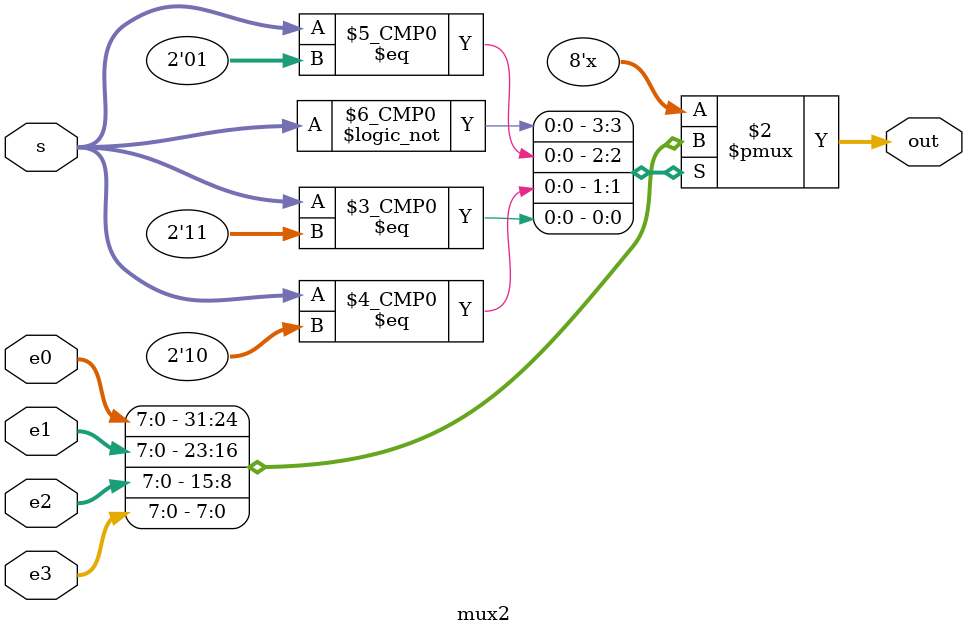
<source format=v>
module mux2(e0, e1, e2, e3, s, out);
   input [7:0] e0, e1, e2, e3;
   input [1:0] s;
   output [7:0] out;
   
   wire [7:0]   e0, e1, e2, e3;
   wire [1:0]      s;
   reg [7:0]    out;
   
   always @(e0, e1, e2, e3, s) begin
     case(s)
		   2'b00: out = e0; //Registro B
		   2'b01: out = e1; //Data memory output
         2'b10: out = e2; //Literal
         2'b11: out = e3; //Cte 0
	   endcase
   end
endmodule
</source>
